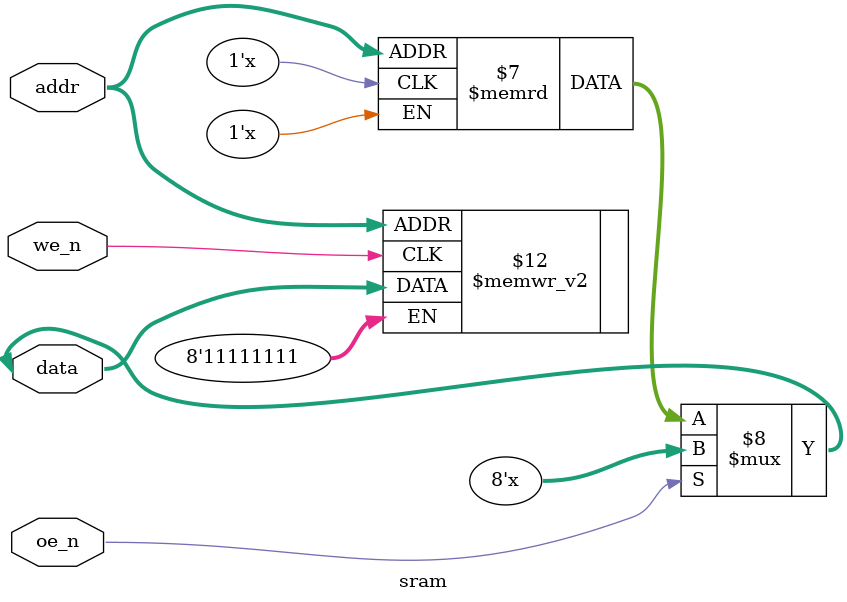
<source format=sv>
module sram(
  input [9:0] addr,
  inout [7:0] data,
  input oe_n, 
  input we_n
  );
  
  
  reg[7:0] sram[0:1023];
  
  always @ (posedge we_n)
    sram[addr] = data;
    
  assign data = (oe_n == 0) ? sram[addr] : 8'bz;
  
  
endmodule
</source>
